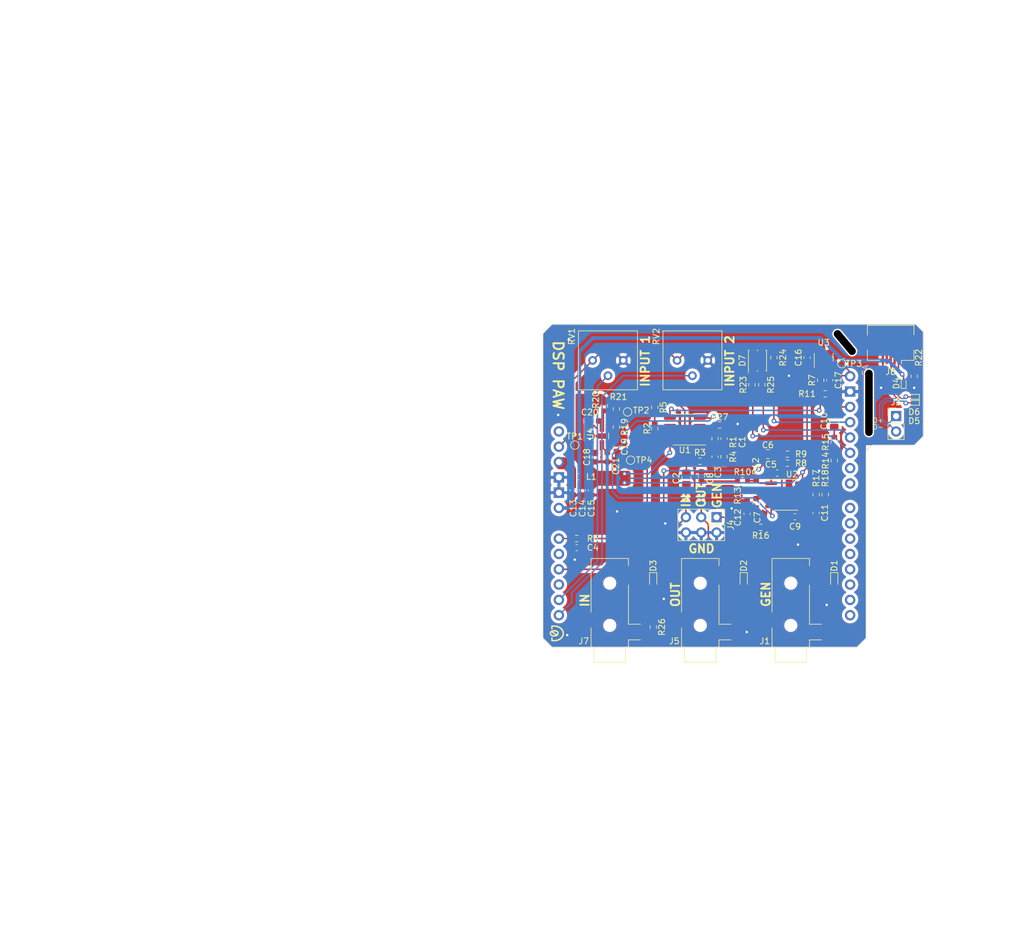
<source format=kicad_pcb>
(kicad_pcb (version 20221018) (generator pcbnew)
  (title_block (title "DSP PAW add-on board") (date "2023-08-15") (company "bitgloo") (comment 1 "Released under the CERN Open Hardware Licence Version 2 - Strongly Reciprocal"))
  (layers (0 "F.Cu" signal) (31 "B.Cu" signal) (34 "B.Paste" user) (35 "F.Paste" user) (36 "B.SilkS" user "B.Silkscreen") (37 "F.SilkS" user "F.Silkscreen") (38 "B.Mask" user) (39 "F.Mask" user) (44 "Edge.Cuts" user))
  (net 0 "")
  (net 1 "Net-(U1A--)")
  (net 2 "Net-(C1-Pad2)")
  (net 3 "SIGNAL_IN")
  (net 4 "Net-(C2-Pad2)")
  (net 5 "Net-(C3-Pad1)")
  (net 6 "GND")
  (net 7 "SIGNAL_IN_MCU")
  (net 8 "Net-(C5-Pad1)")
  (net 9 "SIGNAL_OUT_MCU")
  (net 10 "VBUS")
  (net 11 "+5V")
  (net 12 "-5V")
  (net 13 "Net-(C6-Pad1)")
  (net 14 "Net-(C9-Pad1)")
  (net 15 "Net-(C10-Pad1)")
  (net 16 "VDDA")
  (net 17 "Net-(U2A-+)")
  (net 18 "Net-(U4-C+)")
  (net 19 "SIGNAL_OUT")
  (net 20 "Net-(U4-C-)")
  (net 21 "Net-(U2B-+)")
  (net 22 "GENERATOR_MCU")
  (net 23 "GENERATOR")
  (net 24 "USB_D_P")
  (net 25 "USB_D_N")
  (net 26 "Net-(U4-CPOUT)")
  (net 27 "VCC")
  (net 28 "Net-(D7-RK)")
  (net 29 "Net-(D7-GK)")
  (net 30 "PC11{slash}LED_G")
  (net 31 "PC10{slash}LED_R")
  (net 32 "PC12{slash}LED_B")
  (net 33 "PC1{slash}POT2")
  (net 34 "PC0{slash}POT1")
  (net 36 "Net-(J8-Shield)")
  (net 37 "Net-(U1B--)")
  (net 38 "Net-(R2-Pad2)")
  (net 39 "Net-(U2A--)")
  (net 40 "VDDA{slash}2")
  (net 41 "Net-(D7-BK)")
  (net 42 "Net-(R8-Pad2)")
  (net 43 "Net-(R14-Pad2)")
  (net 44 "Net-(U4-VFB)")
  (net 45 "Net-(U2B--)")
  (net 46 "Net-(U4-EN)")
  (net 60 "Net-(J7-PadS)")
  (net 61 "+5VD")
  (net 62 "Net-(U1A-+)")
  (footprint "Package_TO_SOT_SMD:SOT-23" (layer "F.Cu") (at 166.5 76.9375 90)
    (fp_text reference "U3")
    (fp_text value "MAX6106")
  )
  (footprint "Resistor_SMD:R_0603_1608Metric" (layer "F.Cu") (at 138.25 121.675 -90)
    (fp_text reference "R26")
    (fp_text value "0")
  )
  (footprint "Resistor_SMD:R_0603_1608Metric" (layer "F.Cu") (at 168.25 94.075 90)
    (fp_text reference "R14")
    (fp_text value "22.1k")
  )
  (footprint "Resistor_SMD:R_0603_1608Metric" (layer "F.Cu") (at 132.15 85.5 90)
    (fp_text reference "R21")
    (fp_text value "56k")
  )
  (footprint "Resistor_SMD:R_0603_1608Metric" (layer "F.Cu") (at 146 94.175)
    (fp_text reference "R3")
    (fp_text value "9.09k")
  )
  (footprint "Capacitor_SMD:C_0603_1608Metric" (layer "F.Cu") (at 132.15 91.775 -90)
    (fp_text reference "C19")
    (fp_text value "2.2u")
  )
  (footprint "Resistor_SMD:R_0603_1608Metric" (layer "F.Cu") (at 160.5 94.5)
    (fp_text reference "R8")
    (fp_text value "22.1k")
  )
  (footprint "Potentiometer_THT:Potentiometer_Bourns_3386P_Vertical" (layer "F.Cu") (at 128.21 77.46 -90)
    (fp_text reference "RV1")
    (fp_text value "10K")
  )
  (footprint "Capacitor_SMD:C_0603_1608Metric" (layer "F.Cu") (at 165.25 102.725 -90)
    (fp_text reference "C11")
    (fp_text value "100p")
  )
  (footprint "Package_SO:SOIC-8_3.9x4.9mm_P1.27mm" (layer "F.Cu") (at 143.5 88.925 180)
    (fp_text reference "U1")
    (fp_text value "TLV9162")
  )
  (footprint "Capacitor_SMD:C_0603_1608Metric" (layer "F.Cu") (at 155.3 101.14 -90)
    (fp_text reference "C7")
    (fp_text value "100p")
  )
  (footprint "Resistor_SMD:R_0603_1608Metric" (layer "F.Cu") (at 153.05 97.39)
    (fp_text reference "R10")
    (fp_text value "0")
  )
  (footprint "Capacitor_SMD:C_0603_1608Metric" (layer "F.Cu") (at 150 90.425 -90)
    (fp_text reference "C1")
    (fp_text value "100p")
  )
  (footprint "Diode_SMD:D_SOD-523" (layer "F.Cu") (at 138.25 113.9 -90)
    (fp_text reference "D3")
    (fp_text value "ESD5Zxx")
  )
  (footprint "Capacitor_SMD:C_0603_1608Metric" (layer "F.Cu") (at 153.8 102.9 -90)
    (fp_text reference "C12")
    (fp_text value "DNP")
  )
  (footprint "Resistor_SMD:R_0603_1608Metric" (layer "F.Cu") (at 155.3 98.14 -90)
    (fp_text reference "R12")
    (fp_text value "2.49k")
  )
  (footprint "Diode_SMD:D_SOD-523" (layer "F.Cu") (at 153.25 113.9 -90)
    (fp_text reference "D2")
    (fp_text value "ESD5Zxx")
  )
  (footprint "TestPoint:TestPoint_Pad_D1.0mm" (layer "F.Cu") (at 134.5 94)
    (fp_text reference "TP4")
    (fp_text value "TestPoint")
  )
  (footprint "Connector_PinHeader_2.54mm:PinHeader_2x03_P2.54mm_Vertical" (layer "F.Cu") (at 148.75 103.46 -90)
    (fp_text reference "J4")
    (fp_text value "Conn_02x03_Odd_Even")
  )
  (footprint "Resistor_SMD:R_0603_1608Metric" (layer "F.Cu") (at 165.25 99.715 -90)
    (fp_text reference "R17")
    (fp_text value "2.49k")
  )
  (footprint "Capacitor_SMD:C_0603_1608Metric" (layer "F.Cu") (at 130.65 93.5 -90)
    (fp_text reference "C21")
    (fp_text value "4.7u")
  )
  (footprint "Connector_USB:USB_Micro-B_Amphenol_10104110_Horizontal" (layer "F.Cu") (at 177.6 75.8 180)
    (fp_text reference "J8")
    (fp_text value "USB_B_Micro")
  )
  (footprint "Capacitor_SMD:C_0603_1608Metric" (layer "F.Cu") (at 125 99 -90)
    (fp_text reference "C13")
    (fp_text value "10n")
  )
  (footprint "Capacitor_SMD:C_0603_1608Metric" (layer "F.Cu") (at 146.25 96.7 -90)
    (fp_text reference "C8")
    (fp_text value "DNP")
  )
  (footprint "Resistor_SMD:R_0603_1608Metric" (layer "F.Cu") (at 166.75 83 180)
    (fp_text reference "R11")
    (fp_text value "10k/0.1%")
  )
  (footprint "Capacitor_SMD:C_0603_1608Metric" (layer "F.Cu") (at 128.425 87.5)
    (fp_text reference "C20")
    (fp_text value "1u")
  )
  (footprint "TestPoint:TestPoint_Pad_D1.0mm" (layer "F.Cu") (at 125.25 91.5)
    (fp_text reference "TP1")
    (fp_text value "TestPoint")
  )
  (footprint "Capacitor_SMD:C_0603_1608Metric" (layer "F.Cu") (at 163.75 77 90)
    (fp_text reference "C16")
    (fp_text value "4.7u")
  )
  (footprint "Capacitor_SMD:C_0805_2012Metric" (layer "F.Cu") (at 143.75 97 90)
    (fp_text reference "C2")
    (fp_text value "10u")
  )
  (footprint "Resistor_SMD:R_0603_1608Metric" (layer "F.Cu") (at 154.605 81.5 90)
    (fp_text reference "R23")
    (fp_text value "560")
  )
  (footprint "Inductor_SMD:L_0603_1608Metric" (layer "F.Cu") (at 125.75 96.75)
    (fp_text reference "L1")
    (fp_text value "33@100MHz")
  )
  (footprint "Potentiometer_THT:Potentiometer_Bourns_3386P_Vertical" (layer "F.Cu") (at 142.21 77.46 -90)
    (fp_text reference "RV2")
    (fp_text value "10K")
  )
  (footprint "Resistor_SMD:R_0603_1608Metric" (layer "F.Cu") (at 156.075 105.14)
    (fp_text reference "R16")
    (fp_text value "0")
  )
  (footprint "Resistor_SMD:R_0603_1608Metric" (layer "F.Cu") (at 160.5 93 180)
    (fp_text reference "R9")
    (fp_text value "6.81k")
  )
  (footprint "Resistor_SMD:R_0603_1608Metric" (layer "F.Cu") (at 150 93.425 90)
    (fp_text reference "R4")
    (fp_text value "6.34k")
  )
  (footprint "Package_SO:SOIC-8_3.9x4.9mm_P1.27mm" (layer "F.Cu") (at 160.275 99.735)
    (fp_text reference "U2")
    (fp_text value "OPA1678")
  )
  (footprint "Package_SON:WSON-8-1EP_2x2mm_P0.5mm_EP0.9x1.6mm" (layer "F.Cu") (at 129.75 90 90)
    (fp_text reference "U4")
    (fp_text value "LM27761")
  )
  (footprint "MountingHole:MountingHole_2.1mm" (layer "F.Cu") (at 170 74.5 40)
    (fp_text reference "REF**" hide)
    (fp_text value "MountingHole_2.1mm")
  )
  (footprint "Resistor_SMD:R_0603_1608Metric" (layer "F.Cu") (at 130.15 85 -90)
    (fp_text reference "R20")
    (fp_text value "0")
  )
  (footprint "Capacitor_SMD:C_0603_1608Metric" (layer "F.Cu") (at 125.575 108.5)
    (fp_text reference "C4")
    (fp_text value "DNP")
  )
  (footprint "Capacitor_SMD:C_0603_1608Metric" (layer "F.Cu") (at 161.725 103.39)
    (fp_text reference "C9")
    (fp_text value "105p")
  )
  (footprint "Diode_SMD:D_SOD-523" (layer "F.Cu") (at 168.25 113.9 -90)
    (fp_text reference "D1")
    (fp_text value "ESD5Zxx")
  )
  (footprint "Resistor_SMD:R_0603_1608Metric" (layer "F.Cu") (at 148.5 90.425 -90)
    (fp_text reference "R1")
    (fp_text value "9.09k")
  )
  (footprint "Capacitor_SMD:C_0603_1608Metric" (layer "F.Cu") (at 167.5 80.75 -90)
    (fp_text reference "C17")
    (fp_text value "1u")
  )
  (footprint "LED_SMD:LED_Kingbright_AAA3528ESGCT" (layer "F.Cu") (at 155.525 77.5 90)
    (fp_text reference "D7")
    (fp_text value "LED_RAGB")
  )
  (footprint "Capacitor_SMD:C_0603_1608Metric" (layer "F.Cu") (at 128 99 -90)
    (fp_text reference "C15")
    (fp_text value "4.7u")
  )
  (footprint "Resistor_SMD:R_0603_1608Metric" (layer "F.Cu") (at 138.5 88.75 -90)
    (fp_text reference "R2")
    (fp_text value "10k/0.1%")
  )
  (footprint "Capacitor_SMD:C_0805_2012Metric" (layer "F.Cu") (at 157.25 93 180)
    (fp_text reference "C6")
    (fp_text value "10u")
  )
  (footprint "TestPoint:TestPoint_Pad_D1.0mm" (layer "F.Cu") (at 134 86)
    (fp_text reference "TP2")
    (fp_text value "TestPoint")
  )
  (footprint "Connector_PinHeader_2.54mm:PinHeader_1x02_P2.54mm_Vertical" (layer "F.Cu") (at 178.499766 86.699898)
    (fp_text reference "J3")
    (fp_text value "Conn_01x02")
  )
  (footprint "Capacitor_SMD:C_0805_2012Metric" (layer "F.Cu") (at 168.25 87.5 90)
    (fp_text reference "C10")
    (fp_text value "10u")
  )
  (footprint "Capacitor_SMD:C_0603_1608Metric" (layer "F.Cu") (at 158.8 96.14)
    (fp_text reference "C5")
    (fp_text value "105p")
  )
  (footprint "Resistor_SMD:R_0603_1608Metric" (layer "F.Cu") (at 132.15 88.5 90)
    (fp_text reference "R19")
    (fp_text value "174k")
  )
  (footprint "MountingHole:MountingHole_2.1mm" (layer "F.Cu") (at 174 84.5)
    (fp_text reference "REF**" hide)
    (fp_text value "MountingHole_2.1mm")
  )
  (footprint "TestPoint:TestPoint_Pad_D1.0mm" (layer "F.Cu") (at 169.5 78)
    (fp_text reference "TP3")
    (fp_text value "TestPoint")
  )
  (footprint "Capacitor_SMD:C_0603_1608Metric" (layer "F.Cu") (at 126.5 99 -90)
    (fp_text reference "C14")
    (fp_text value "100n")
  )
  (footprint "Connector_Audio:Jack_3.5mm_CUI_SJ-3523-SMT_Horizontal" (layer "F.Cu") (at 146.05 118.9 180)
    (fp_text reference "J5")
    (fp_text value "AudioJack2_Ground")
  )
  (footprint "Connector_Audio:Jack_3.5mm_CUI_SJ-3523-SMT_Horizontal" (layer "F.Cu") (at 131.05 118.9 180)
    (fp_text reference "J7")
    (fp_text value "AudioJack2_Ground")
  )
  (footprint "Resistor_SMD:R_0603_1608Metric" (layer "F.Cu") (at 166.75 99.715 90)
    (fp_text reference "R18")
    (fp_text value "2.49k")
  )
  (footprint "Resistor_SMD:R_0603_1608Metric" (layer "F.Cu") (at 149.25 88.175 180)
    (fp_text reference "R27")
    (fp_text value "0")
  )
  (footprint "PCM_arduino-library:Arduino_Uno_R2_Shield" (layer "F.Cu") (at 120.08 56.21 -90)
    (fp_text reference "A2")
    (fp_text value "Arduino_Uno_R1_Shield")
  )
  (footprint "Connector_Audio:Jack_3.5mm_CUI_SJ-3523-SMT_Horizontal" (layer "F.Cu") (at 161.05 118.9 180)
    (fp_text reference "J1")
    (fp_text value "AudioJack2_Ground")
  )
  (footprint "Resistor_SMD:R_0603_1608Metric" (layer "F.Cu") (at 153.8 99.89 -90)
    (fp_text reference "R13")
    (fp_text value "2.49k")
  )
  (footprint "Resistor_SMD:R_0603_1608Metric" (layer "F.Cu") (at 125.575 107 180)
    (fp_text reference "R6")
    (fp_text value "0")
  )
  (footprint "Capacitor_SMD:C_0603_1608Metric" (layer "F.Cu") (at 148.5 93.425 90)
    (fp_text reference "C3")
    (fp_text value "274p")
  )
  (footprint "Resistor_SMD:R_0603_1608Metric" (layer "F.Cu") (at 158.25 77 90)
    (fp_text reference "R24")
    (fp_text value "240")
  )
  (footprint "Resistor_SMD:R_0603_1608Metric" (layer "F.Cu") (at 181.5 80.1 -90)
    (fp_text reference "R22")
    (fp_text value "0")
  )
  (footprint "Diode_SMD:D_SOD-923" (layer "F.Cu") (at 181.5 83.5 180)
    (fp_text reference "D6")
    (fp_text value "DF2B7AFS,L3M")
  )
  (footprint "Resistor_SMD:R_0603_1608Metric" (layer "F.Cu") (at 156.25 81.5 90)
    (fp_text reference "R25")
    (fp_text value "240")
  )
  (footprint "Resistor_SMD:R_0603_1608Metric" (layer "F.Cu") (at 138.5 85.25 -90)
    (fp_text reference "R5")
    (fp_text value "20k")
  )
  (footprint "Diode_SMD:D_SOD-923" (layer "F.Cu") (at 181.5 84.5 180)
    (fp_text reference "D5")
    (fp_text value "DF2B7AFS,L3M")
  )
  (footprint "Resistor_SMD:R_0603_1608Metric" (layer "F.Cu") (at 168.25 91 90)
    (fp_text reference "R15")
    (fp_text value "6.81k")
  )
  (footprint "Capacitor_SMD:C_0603_1608Metric" (layer "F.Cu") (at 128.65 93.5 -90)
    (fp_text reference "C18")
    (fp_text value "4.7u")
  )
  (footprint "Resistor_SMD:R_0603_1608Metric" (layer "F.Cu") (at 166 80.75 90)
    (fp_text reference "R7")
    (fp_text value "10k/0.1%")
  )
  (footprint "Diode_SMD:D_SOD-923" (layer "F.Cu") (at 179.75 81.25 90)
    (fp_text reference "D4")
    (fp_text value "DF2B7AFS,L3M")
  )
  (gr_poly (pts (xy 122.58834 122.690598) (xy 122.586661 122.729499) (xy 122.584795 122.762173) (xy 122.583638 122.777289) (xy 122.582318 122.791655) (xy 122.580824 122.805318) (xy 122.579145 122.818325) (xy 122.577273 122.830725) (xy 122.575196 122.842565) (xy 122.572904 122.853892) (xy 122.570387 122.864754) (xy 122.567634 122.875199) (xy 122.564635 122.885273) (xy 122.561379 122.895025) (xy 122.557857 122.904502) (xy 122.554059 122.913752) (xy 122.549972 122.922822) (xy 122.530921 122.959319) (xy 122.509215 122.993672) (xy 122.484848 123.025888) (xy 122.457809 123.055973) (xy 122.428092 123.083933) (xy 122.395687 123.109775) (xy 122.360587 123.133504) (xy 122.322783 123.155126) (xy 122.282268 123.174648) (xy 122.239032 123.192077) (xy 122.193067 123.207417) (xy 122.144366 123.220676) (xy 122.09292 123.23186) (xy 122.03872 123.240975) (xy 121.981759 123.248027) (xy 121.922028 123.253022) (xy 121.894415 123.254237) (xy 121.864839 123.254742) (xy 121.833816 123.254584) (xy 121.801863 123.253816) (xy 121.769496 123.252484) (xy 121.737233 123.250641) (xy 121.70559 123.248334) (xy 121.675083 123.245613) (xy 121.646231 123.242529) (xy 121.619549 123.239131) (xy 121.595553 123.235468) (xy 121.574762 123.231591) (xy 121.557692 123.227547) (xy 121.544859 123.223388) (xy 121.540193 123.221281) (xy 121.53678 123.219163) (xy 121.534685 123.217041) (xy 121.533972 123.214922) (xy 121.533903 123.21438) (xy 121.533696 123.213816) (xy 121.532886 123.212623) (xy 121.531572 123.211356) (xy 121.529783 123.210027) (xy 121.527547 123.208648) (xy 121.524894 123.207232) (xy 121.521852 123.205792) (xy 121.51845 123.204339) (xy 121.514718 123.202885) (xy 121.510684 123.201445) (xy 121.506376 123.200029) (xy 121.501825 123.19865) (xy 121.49706 123.197321) (xy 121.492108 123.196054) (xy 121.486998 123.194861) (xy 121.481761 123.193755) (xy 121.467889 123.190872) (xy 121.453335 123.187025) (xy 121.43821 123.182277) (xy 121.422627 123.17669) (xy 121.406696 123.170325) (xy 121.39053 123.163245) (xy 121.374239 123.155513) (xy 121.357936 123.147188) (xy 121.341733 123.138335) (xy 121.32574 123.129015) (xy 121.31007 123.119289) (xy 121.294833 123.109221) (xy 121.280143 123.098871) (xy 121.266109 123.088302) (xy 121.252845 123.077576) (xy 121.240461 123.066755) (xy 121.222887 123.049861) (xy 121.206414 123.032027) (xy 121.191042 123.013315) (xy 121.176774 122.993785) (xy 121.163609 122.973499) (xy 121.151549 122.952517) (xy 121.140595 122.930901) (xy 121.130747 122.908711) (xy 121.122008 122.886008) (xy 121.114378 122.862854) (xy 121.107857 122.839309) (xy 121.102448 122.815434) (xy 121.098151 122.791291) (xy 121.094967 122.76694) (xy 121.092897 122.742442) (xy 121.091942 122.717858) (xy 121.092103 122.693249) (xy 121.093382 122.668677) (xy 121.095779 122.644202) (xy 121.099295 122.619885) (xy 121.103932 122.595787) (xy 121.10969 122.571969) (xy 121.11657 122.548492) (xy 121.124574 122.525418) (xy 121.133702 122.502806) (xy 121.143956 122.480718) (xy 121.155336 122.459215) (xy 121.167844 122.438359) (xy 121.181481 122.418209) (xy 121.196247 122.398827) (xy 121.212144 122.380274) (xy 121.229172 122.362611) (xy 121.252806 122.34114) (xy 121.277748 122.321154) (xy 121.304117 122.302614) (xy 121.332029 122.285485) (xy 121.361604 122.269727) (xy 121.371695 122.265086) (xy 121.371695 122.5517) (xy 121.347706 122.581333) (xy 121.344878 122.585069) (xy 121.342216 122.589376) (xy 121.337393 122.599578) (xy 121.333238 122.611681) (xy 121.329758 122.62543) (xy 121.326956 122.640568) (xy 121.324836 122.656838) (xy 121.323402 122.673985) (xy 121.322658 122.691752) (xy 121.32261 122.709883) (xy 121.323259 122.728122) (xy 121.324612 122.746211) (xy 121.326671 122.763895) (xy 121.329442 122.780918) (xy 121.332928 122.797024) (xy 121.337133 122.811955) (xy 121.342061 122.825455) (xy 121.344387 122.830359) (xy 121.34711 122.835512) (xy 121.350197 122.840868) (xy 121.353615 122.846379) (xy 121.35733 122.851998) (xy 121.36131 122.857676) (xy 121.365521 122.863367) (xy 121.369931 122.869023) (xy 121.374506 122.874596) (xy 121.379213 122.880039) (xy 121.38402 122.885304) (xy 121.388893 122.890344) (xy 121.393798 122.895111) (xy 121.398704 122.899558) (xy 121.403577 122.903636) (xy 121.408384 122.907299) (xy 121.425024 122.919182) (xy 121.44176 122.929993) (xy 121.458818 122.939788) (xy 121.476425 122.948619) (xy 121.494811 122.95654) (xy 121.5142 122.963606) (xy 121.534822 122.96987) (xy 121.556903 122.975386) (xy 121.580671 122.980207) (xy 121.606352 122.984387) (xy 121.634176 122.98798) (xy 121.664368 122.99104) (xy 121.732768 122.995775) (xy 121.813372 122.999022) (xy 121.858966 123.000342) (xy 121.901104 123.001116) (xy 121.939107 123.001329) (xy 121.972299 123.000962) (xy 122 123) (xy 122.01158 122.999291) (xy 122.021533 122.998427) (xy 122.029775 122.997405) (xy 122.03622 122.996224) (xy 122.040785 122.994883) (xy 122.042335 122.994151) (xy 122.043384 122.993377) (xy 122.043786 122.992357) (xy 122.043412 122.990888) (xy 122.040368 122.986625) (xy 122.034324 122.980634) (xy 122.025348 122.97296) (xy 121.998884 122.952747) (xy 121.961539 122.92635) (xy 121.913876 122.894131) (xy 121.856455 122.856455) (xy 121.714595 122.766188) (xy 121.371695 122.5517) (xy 121.371695 122.265086) (xy 121.392958 122.255306) (xy 121.426209 122.242182) (xy 121.461477 122.230319) (xy 121.498877 122.21968) (xy 121.538528 122.210227) (xy 121.580548 122.201924) (xy 121.625055 122.194733) (xy 121.672166 122.188616) (xy 121.722 122.183537) (xy 121.774674 122.179459) (xy 121.830306 122.176344) (xy 121.844899 122.17568) (xy 121.844899 122.415695) (xy 121.781799 122.416762) (xy 121.724056 122.419615) (xy 121.69875 122.421664) (xy 121.676649 122.424104) (xy 121.658376 122.426916) (xy 121.644554 122.430082) (xy 121.639507 122.431792) (xy 121.635805 122.433583) (xy 121.633527 122.435453) (xy 121.63275 122.4374) (xy 121.64014 122.44403) (xy 121.661041 122.458891) (xy 121.735783 122.508528) (xy 121.963832 122.654005) (xy 122.195321 122.797365) (xy 122.274362 122.844356) (xy 122.298058 122.857498) (xy 122.308673 122.862144) (xy 122.309478 122.862111) (xy 122.310307 122.862014) (xy 122.311157 122.861853) (xy 122.312027 122.861631) (xy 122.313816 122.861009) (xy 122.315662 122.86016) (xy 122.317549 122.859095) (xy 122.319462 122.857828) (xy 122.321389 122.856371) (xy 122.323313 122.854736) (xy 122.32522 122.852935) (xy 122.327097 122.850982) (xy 122.328928 122.848888) (xy 122.330699 122.846666) (xy 122.332396 122.844328) (xy 122.334004 122.841887) (xy 122.335508 122.839355) (xy 122.336895 122.836744) (xy 122.341424 122.827001) (xy 122.34548 122.815886) (xy 122.349052 122.80358) (xy 122.35213 122.790266) (xy 122.354704 122.776124) (xy 122.356763 122.761338) (xy 122.358297 122.746088) (xy 122.359296 122.730558) (xy 122.359749 122.714928) (xy 122.359646 122.699381) (xy 122.358977 122.684099) (xy 122.357731 122.669263) (xy 122.355897 122.655055) (xy 122.353467 122.641658) (xy 122.350429 122.629253) (xy 122.346772 122.618022) (xy 122.338491 122.59779) (xy 122.328938 122.578866) (xy 122.318033 122.561204) (xy 122.305696 122.544754) (xy 122.291845 122.529471) (xy 122.276401 122.515306) (xy 122.259283 122.502211) (xy 122.24041 122.49014) (xy 122.219701 122.479044) (xy 122.197076 122.468877) (xy 122.172454 122.45959) (xy 122.145755 122.451136) (xy 122.116898 122.443467) (xy 122.085802 122.436537) (xy 122.052387 122.430297) (xy 122.016572 122.4247) (xy 121.993426 122.421819) (xy 121.967263 122.419515) (xy 121.938707 122.41777) (xy 121.90838 122.416564) (xy 121.844899 122.415695) (xy 121.844899 122.17568) (xy 121.887921 122.173723) (xy 121.935367 122.172309) (xy 121.956026 122.172101) (xy 121.975041 122.172251) (xy 121.992713 122.172777) (xy 122.00934 122.173698) (xy 122.025224 122.175032) (xy 122.040663 122.176799) (xy 122.055958 122.179016) (xy 122.071407 122.181702) (xy 122.087312 122.184876) (xy 122.10397 122.188556) (xy 122.14075 122.197511) (xy 122.182291 122.208984) (xy 122.221261 122.221229) (xy 122.257766 122.234327) (xy 122.291915 122.248355) (xy 122.323816 122.263391) (xy 122.353574 122.279515) (xy 122.381299 122.296805) (xy 122.394432 122.305911) (xy 122.407097 122.315338) (xy 122.419308 122.325097) (xy 122.431077 122.335195) (xy 122.442418 122.345644) (xy 122.453344 122.356454) (xy 122.46387 122.367633) (xy 122.474008 122.379192) (xy 122.483772 122.391141) (xy 122.493175 122.403489) (xy 122.510953 122.429423) (xy 122.52745 122.457072) (xy 122.542772 122.486516) (xy 122.557028 122.517833) (xy 122.567851 122.543307) (xy 122.572298 122.55482) (xy 122.576144 122.565789) (xy 122.579419 122.576419) (xy 122.582155 122.586914) (xy 122.584382 122.59748) (xy 122.586132 122.60832) (xy 122.587435 122.619641) (xy 122.588323 122.631645) (xy 122.588826 122.644538) (xy 122.588976 122.658525)) (fill solid) (layer "F.SilkS"))
  (gr_poly (pts (xy 123.464232 122.781584) (xy 123.460911 122.843403) (xy 123.458393 122.872475) (xy 123.455308 122.899864) (xy 123.451656 122.925227) (xy 123.447439 122.948222) (xy 123.425645 123.03358) (xy 123.397444 123.117004) (xy 123.363041 123.198278) (xy 123.322644 123.277187) (xy 123.276459 123.353517) (xy 123.224693 123.427051) (xy 123.167553 123.497577) (xy 123.105245 123.564877) (xy 123.037976 123.628738) (xy 122.965953 123.688945) (xy 122.889382 123.745282) (xy 122.80847 123.797534) (xy 122.723425 123.845487) (xy 122.634452 123.888926) (xy 122.541758 123.927635) (xy 122.44555 123.9614) (xy 122.365883 123.985466) (xy 122.288961 124.004968) (xy 122.250609 124.013111) (xy 122.21184 124.020236) (xy 122.172286 124.026387) (xy 122.131578 124.031602) (xy 122.089349 124.035925) (xy 122.04523 124.039397) (xy 121.949853 124.04395) (xy 121.842504 124.045592) (xy 121.720239 124.044655) (xy 121.418261 124.040422) (xy 121.384394 123.998089) (xy 121.373621 123.983718) (xy 121.369217 123.976651) (xy 121.365411 123.969117) (xy 121.362158 123.960706) (xy 121.359416 123.951009) (xy 121.357141 123.939618) (xy 121.35529 123.926122) (xy 121.35382 123.910112) (xy 121.352686 123.89118) (xy 121.351255 123.84291) (xy 121.350652 123.778038) (xy 121.350528 123.693289) (xy 121.350597 123.606985) (xy 121.35076 123.571876) (xy 121.351079 123.54155) (xy 121.351604 123.515573) (xy 121.351961 123.50408) (xy 121.352388 123.493512) (xy 121.352893 123.483813) (xy 121.353482 123.474931) (xy 121.354161 123.46681) (xy 121.354938 123.459397) (xy 121.355817 123.452637) (xy 121.356807 123.446476) (xy 121.357912 123.440859) (xy 121.359141 123.435733) (xy 121.360498 123.431043) (xy 121.361991 123.426735) (xy 121.363627 123.422755) (xy 121.365411 123.419048) (xy 121.36735 123.41556) (xy 121.36945 123.412237) (xy 121.371718 123.409024) (xy 121.374161 123.405868) (xy 121.376785 123.402714) (xy 121.379596 123.399508) (xy 121.385806 123.392722) (xy 121.390769 123.38762) (xy 121.395863 123.382897) (xy 121.401076 123.378553) (xy 121.406399 123.374584) (xy 121.411821 123.370991) (xy 121.417333 123.367771) (xy 121.422922 123.364925) (xy 121.42858 123.362449) (xy 121.434296 123.360344) (xy 121.440059 123.358607) (xy 121.44586 123.357237) (xy 121.451687 123.356234) (xy 121.457531 123.355596) (xy 121.463381 123.355321) (xy 121.469227 123.355408) (xy 121.475059 123.355857) (xy 121.480865 123.356665) (xy 121.486637 123.357831) (xy 121.492363 123.359354) (xy 121.498033 123.361234) (xy 121.503637 123.363467) (xy 121.509165 123.366054) (xy 121.514606 123.368993) (xy 121.51995 123.372283) (xy 121.525186 123.375922) (xy 121.530304 123.379909) (xy 121.535294 123.384242) (xy 121.540146 123.388921) (xy 121.544849 123.393945) (xy 121.549393 123.399311) (xy 121.553767 123.405018) (xy 121.557961 123.411066) (xy 121.567864 123.426663) (xy 121.571961 123.434212) (xy 121.575534 123.441912) (xy 121.57862 123.450001) (xy 121.581253 123.458716) (xy 121.583468 123.468295) (xy 121.585302 123.478976) (xy 121.586787 123.490996) (xy 121.587961 123.504594) (xy 121.589513 123.537471) (xy 121.590238 123.579509) (xy 121.590417 123.632611) (xy 121.590417 123.804766) (xy 121.699072 123.816055) (xy 121.755662 123.819923) (xy 121.814577 123.821005) (xy 121.875431 123.819391) (xy 121.937837 123.815173) (xy 122.001409 123.808442) (xy 122.06576 123.799287) (xy 122.130504 123.787801) (xy 122.195254 123.774075) (xy 122.259624 123.758198) (xy 122.323227 123.740263) (xy 122.385677 123.72036) (xy 122.446586 123.69858) (xy 122.50557 123.675015) (xy 122.56224 123.649754) (xy 122.61621 123.622889) (xy 122.667095 123.594511) (xy 122.721288 123.560562) (xy 122.773223 123.524402) (xy 122.822821 123.486133) (xy 122.870008 123.445859) (xy 122.914706 123.403684) (xy 122.956838 123.35971) (xy 122.996329 123.314041) (xy 123.033101 123.26678) (xy 123.067079 123.218031) (xy 123.098186 123.167898) (xy 123.126345 123.116482) (xy 123.15148 123.063889) (xy 123.173515 123.01022) (xy 123.192372 122.955581) (xy 123.207976 122.900072) (xy 123.22025 122.8438) (xy 123.227195 122.804672) (xy 123.229924 122.787893) (xy 123.232156 122.772605) (xy 123.233893 122.758532) (xy 123.235133 122.745399) (xy 123.235877 122.732933) (xy 123.236125 122.720857) (xy 123.235877 122.708896) (xy 123.235133 122.696777) (xy 123.233893 122.684223) (xy 123.232156 122.670961) (xy 123.229924 122.656714) (xy 123.227195 122.641209) (xy 123.22025 122.605322) (xy 123.207179 122.547798) (xy 123.19175 122.492133) (xy 123.173918 122.438265) (xy 123.153641 122.386137) (xy 123.130876 122.335686) (xy 123.105578 122.286854) (xy 123.077705 122.239581) (xy 123.047213 122.193807) (xy 123.014058 122.149471) (xy 122.978198 122.106513) (xy 122.939588 122.064875) (xy 122.898186 122.024495) (xy 122.853948 121.985314) (xy 122.80683 121.947273) (xy 122.75679 121.91031) (xy 122.703784 121.874366) (xy 122.663997 121.849611) (xy 122.623482 121.826149) (xy 122.582241 121.80398) (xy 122.540271 121.783107) (xy 122.497574 121.763532) (xy 122.454149 121.745258) (xy 122.409997 121.728286) (xy 122.365117 121.712618) (xy 122.319509 121.698256) (xy 122.273174 121.685203) (xy 122.226111 121.67346) (xy 122.178321 121.66303) (xy 122.129803 121.653915) (xy 122.080558 121.646116) (xy 122.030584 121.639636) (xy 121.979884 121.634477) (xy 121.916979 121.629257) (xy 121.854471 121.625261) (xy 121.794344 121.622521) (xy 121.738583 121.621072) (xy 121.689173 121.620945) (xy 121.648096 121.622174) (xy 121.631303 121.623308) (xy 121.617338 121.624792) (xy 121.606449 121.626633) (xy 121.598884 121.628833) (xy 121.595374 121.630462) (xy 121.592241 121.632804) (xy 121.589464 121.636011) (xy 121.587021 121.640232) (xy 121.584893 121.645619) (xy 121.583058 121.652323) (xy 121.581496 121.660494) (xy 121.580186 121.670284) (xy 121.57824 121.695323) (xy 121.577055 121.728647) (xy 121.576466 121.771463) (xy 121.576306 121.824977) (xy 121.576132 121.881441) (xy 121.575869 121.905137) (xy 121.575446 121.926114) (xy 121.574833 121.944603) (xy 121.573999 121.960833) (xy 121.572913 121.975032) (xy 121.572265 121.981443) (xy 121.571543 121.987432) (xy 121.570743 121.993028) (xy 121.56986 121.99826) (xy 121.56889 122.003157) (xy 121.567831 122.007747) (xy 121.566677 122.012059) (xy 121.565426 122.016121) (xy 121.564072 122.019963) (xy 121.562613 122.023613) (xy 121.561045 122.0271) (xy 121.559363 122.030452) (xy 121.557564 122.033698) (xy 121.555643 122.036867) (xy 121.553598 122.039988) (xy 121.551423 122.043088) (xy 121.546672 122.049344) (xy 121.542987 122.05371) (xy 121.539082 122.05781) (xy 121.534972 122.061645) (xy 121.530668 122.065214) (xy 121.526183 122.068516) (xy 121.52153 122.07155) (xy 121.516721 122.074318) (xy 121.511769 122.076817) (xy 121.506688 122.079047) (xy 121.501488 122.081008) (xy 121.496184 122.082699) (xy 121.490787 122.08412) (xy 121.485311 122.08527) (xy 121.479768 122.086149) (xy 121.474171 122.086756) (xy 121.468532 122.087091) (xy 121.462864 122.087153) (xy 121.45718 122.086942) (xy 121.451492 122.086456) (xy 121.445814 122.085697) (xy 121.440157 122.084662) (xy 121.434534 122.083352) (xy 121.428959 122.081766) (xy 121.423443 122.079903) (xy 121.417999 122.077764) (xy 121.412641 122.075347) (xy 121.40738 122.072652) (xy 121.402229 122.069678) (xy 121.397202 122.066426) (xy 121.39231 122.062894) (xy 121.387566 122.059081) (xy 121.382983 122.054988) (xy 121.372271 122.044416) (xy 121.367936 122.038878) (xy 121.36422 122.032587) (xy 121.361074 122.025106) (xy 121.358452 122.015996) (xy 121.356304 122.004818) (xy 121.354585 121.991136) (xy 121.352239 121.954502) (xy 121.351035 121.902588) (xy 121.350528 121.7389) (xy 121.350528 121.452444) (xy 121.387217 121.424222) (xy 121.400248 121.414846) (xy 121.407209 121.411007) (xy 121.414998 121.407685) (xy 121.42401 121.404843) (xy 121.434643 121.402443) (xy 121.447294 121.400449) (xy 121.462358 121.398822) (xy 121.501318 121.396523) (xy 121.554698 121.39525) (xy 121.717417 121.394588) (xy 121.834955 121.395308) (xy 121.936734 121.397697) (xy 121.982701 121.399627) (xy 122.025913 121.402104) (xy 122.066764 121.405173) (xy 122.105649 121.408876) (xy 122.142963 121.413257) (xy 122.179101 121.41836) (xy 122.214458 121.424227) (xy 122.249428 121.430903) (xy 122.284406 121.43843) (xy 122.319788 121.446852) (xy 122.393339 121.466555) (xy 122.460199 121.486779) (xy 122.492313 121.497431) (xy 122.523668 121.508492) (xy 122.554354 121.519999) (xy 122.584459 121.53199) (xy 122.614072 121.544502) (xy 122.643282 121.557572) (xy 122.672178 121.571237) (xy 122.700848 121.585535) (xy 122.729382 121.600502) (xy 122.757869 121.616177) (xy 122.786397 121.632596) (xy 122.815055 121.649796) (xy 122.873117 121.686688) (xy 122.927409 121.724603) (xy 122.979631 121.76471) (xy 123.0297 121.806889) (xy 123.07753 121.851017) (xy 123.123036 121.896972) (xy 123.166135 121.944632) (xy 123.20674 121.993876) (xy 123.244768 122.044581) (xy 123.280134 122.096626) (xy 123.312752 122.149888) (xy 123.342539 122.204246) (xy 123.369409 122.259578) (xy 123.393278 122.31576) (xy 123.41406 122.372673) (xy 123.431672 122.430193) (xy 123.446028 122.4882) (xy 123.450493 122.510698) (xy 123.454365 122.535632) (xy 123.457646 122.562657) (xy 123.460337 122.591431) (xy 123.463962 122.652853) (xy 123.465254 122.717152)) (fill solid) (layer "F.SilkS"))
  (gr_line (start 181.75 71.5) (end 183 72.75) (stroke (width 0.1)) (layer "Edge.Cuts"))
  (gr_line (start 181.75 71.5) (end 121.5 71.5) (stroke (width 0.1)) (layer "Edge.Cuts"))
  (gr_line (start 173.5 92.5) (end 174.5 91.5) (stroke (width 0.1)) (layer "Edge.Cuts"))
  (gr_line (start 120 123.5) (end 121.5 125) (stroke (width 0.1)) (layer "Edge.Cuts"))
  (gr_line (start 181.5 91.5) (end 174.5 91.5) (stroke (width 0.1)) (layer "Edge.Cuts"))
  (gr_line (start 120 73) (end 120 123.5) (stroke (width 0.1)) (layer "Edge.Cuts"))
  (gr_line (start 120 73) (end 121.5 71.5) (stroke (width 0.1)) (layer "Edge.Cuts"))
  (gr_line (start 183 90) (end 183 72.75) (stroke (width 0.1)) (layer "Edge.Cuts"))
  (gr_line (start 173.5 123.5) (end 172 125) (stroke (width 0.1)) (layer "Edge.Cuts"))
  (gr_line (start 121.5 125) (end 172 125) (stroke (width 0.1)) (layer "Edge.Cuts"))
  (gr_line (start 183 90) (end 181.5 91.5) (stroke (width 0.1)) (layer "Edge.Cuts"))
  (gr_line (start 173.5 123.5) (end 173.5 92.5) (stroke (width 0.1)) (layer "Edge.Cuts"))
  (gr_text "OUT" (at 147 102 90) (layer "F.SilkS") (effects (font (size 1.4 1.4) (thickness 0.3) bold) (justify left bottom)))
  (gr_text "OUT" (at 142.75 118.5 90) (layer "F.SilkS") (effects (font (size 1.4 1.4) (thickness 0.3) bold) (justify left bottom)))
  (gr_text "IN" (at 127.75 118.5 90) (layer "F.SilkS") (effects (font (size 1.4 1.4) (thickness 0.3) bold) (justify left bottom)))
  (gr_text "INPUT 1" (at 137.75 82 90) (layer "F.SilkS") (effects (font (size 1.4 1.4) (thickness 0.3) bold) (justify left bottom)))
  (gr_text "GEN" (at 149.65 102.13 90) (layer "F.SilkS") (effects (font (size 1.4 1.4) (thickness 0.3) bold) (justify left bottom)))
  (gr_text "D+" (at 176.5 87.4) (layer "F.SilkS") (effects (font (size 0.8 0.8) (thickness 0.1) bold) (justify right)))
  (gr_text "D-" (at 176.5 88.5) (layer "F.SilkS") (effects (font (size 0.8 0.8) (thickness 0.1) bold) (justify right)))
  (gr_text "INPUT 2" (at 151.75 82 90) (layer "F.SilkS") (effects (font (size 1.4 1.4) (thickness 0.3) bold) (justify left bottom)))
  (gr_text "GND" (at 146.25 109.5) (layer "F.SilkS") (effects (font (size 1.4 1.4) (thickness 0.3) bold) (justify bottom)))
  (gr_text "GEN" (at 157.75 118.5 90) (layer "F.SilkS") (effects (font (size 1.4 1.4) (thickness 0.3) bold) (justify left bottom)))
  (gr_text "DSP PAW" (at 121.5 74 270) (layer "F.SilkS") (effects (font (size 1.7 1.7) (thickness 0.32) bold) (justify left bottom)))
  (gr_text "IN" (at 144.5 102 90) (layer "F.SilkS") (effects (font (size 1.4 1.4) (thickness 0.3) bold) (justify left bottom)))
  (segment (start 149.95 89.6) (end 150 89.65) (width 0.25) (layer "F.Cu") (net 1))
  (segment (start 151 92.25) (end 150.65 92.6) (width 0.25) (layer "F.Cu") (net 1))
  (segment (start 148.5 89.6) (end 149.95 89.6) (width 0.25) (layer "F.Cu") (net 1))
  (segment (start 150 89.65) (end 150.65 89.65) (width 0.25) (layer "F.Cu") (net 1))
  (segment (start 150.65 89.65) (end 151 90) (width 0.25) (layer "F.Cu") (net 1))
  (segment (start 150.65 92.6) (end 150 92.6) (width 0.25) (layer "F.Cu") (net 1))
  (segment (start 151 90) (end 151 92.25) (width 0.25) (layer "F.Cu") (net 1))
  (segment (start 148.46 89.56) (end 148.5 89.6) (width 0.25) (layer "F.Cu") (net 1))
  (segment (start 145.975 89.56) (end 148.46 89.56) (width 0.25) (layer "F.Cu") (net 1))
  (segment (start 150 91.2) (end 148.55 91.2) (width 0.25) (layer "F.Cu") (net 2))
  (segment (start 143.5 85.75) (end 143.5 90) (width 0.25) (layer "F.Cu") (net 2))
  (segment (start 145.975 90.83) (end 148.08 90.83) (width 0.25) (layer "F.Cu") (net 2))
  (segment (start 144.33 90.83) (end 145.975 90.83) (width 0.25) (layer "F.Cu") (net 2))
  (segment (start 148.55 91.2) (end 148.5 91.25) (width 0.25) (layer "F.Cu") (net 2))
  (segment (start 142.175 84.425) (end 143.5 85.75) (width 0.25) (layer "F.Cu") (net 2))
  (segment (start 138.5 84.425) (end 142.175 84.425) (width 0.25) (layer "F.Cu") (net 2))
  (segment (start 148.08 90.83) (end 148.5 91.25) (width 0.25) (layer "F.Cu") (net 2))
  (segment (start 143.5 90) (end 144.33 90.83) (width 0.25) (layer "F.Cu") (net 2))
  (segment (start 143.67 98.03) (end 143.75 97.95) (width 0.25) (layer "F.Cu") (net 3))
  (segment (start 134.75 113.1) (end 138.15 113.1) (width 0.25) (layer "F.Cu") (net 3))
  (segment (start 143.67 103.46) (end 143.67 98.03) (width 0.25) (layer "F.Cu") (net 3))
  (segment (start 138.15 113.1) (end 138.25 113.2) (width 0.25) (layer "F.Cu") (net 3))
  (segment (start 138.25 108.88) (end 143.67 103.46) (width 0.25) (layer "F.Cu") (net 3))
  (segment (start 138.25 113.2) (end 138.25 108.88) (width 0.25) (layer "F.Cu") (net 3))
  (segment (start 143.75 95) (end 144.575 94.175) (width 0.25) (layer "F.Cu") (net 4))
  (segment (start 144.575 94.175) (end 145.175 94.175) (width 0.25) (layer "F.Cu") (net 4))
  (segment (start 143.75 95) (end 143.75 96.05) (width 0.25) (layer "F.Cu") (net 4))
  (segment (start 148.475 94.175) (end 148.5 94.2) (width 0.25) (layer "F.Cu") (net 5))
  (segment (start 146.825 94.175) (end 148.475 94.175) (width 0.25) (layer "F.Cu") (net 5))
  (segment (start 148.5 94.2) (end 149.95 94.2) (width 0.25) (layer "F.Cu") (net 5))
  (segment (start 149.95 94.2) (end 150 94.25) (width 0.25) (layer "F.Cu") (net 5))
  (segment (start 129.75 90) (end 128.25 90) (width 0.25) (layer "F.Cu") (net 6))
  (segment (start 129.5 90.95) (end 129.5 92.211396) (width 0.25) (layer "F.Cu") (net 6))
  (segment (start 129.644302 92.355698) (end 129.644302 94.105698) (width 0.25) (layer "F.Cu") (net 6))
  (segment (start 129.5 92.211396) (end 129.644302 92.355698) (width 0.25) (layer "F.Cu") (net 6))
  (segment (start 148.5 92.65) (end 147.4 92.65) (width 0.25) (layer "F.Cu") (net 6))
  (segment (start 176.3 77.35) (end 176.3 78.45) (width 0.25) (layer "F.Cu") (net 6))
  (segment (start 166.75 98.89) (end 166.75 98) (width 0.25) (layer "F.Cu") (net 6))
  (segment (start 128.65 94.275) (end 131.975 94.275) (width 0.25) (layer "F.Cu") (net 6))
  (via (at 151.25 102) (size 0.8) (drill 0.4) (layers "F.Cu" "B.Cu") (net 6))
  (via (at 153.75 122.5) (size 0.8) (drill 0.4) (layers "F.Cu" "B.Cu") (net 6))
  (via (at 127.75 90.5) (size 0.8) (drill 0.4) (layers "F.Cu" "B.Cu") (net 6))
  (via (at 125.25 110.5) (size 0.8) (drill 0.4) (layers "F.Cu" "B.Cu") (net 6))
  (via (at 162.25 108) (size 0.8) (drill 0.4) (layers "F.Cu" "B.Cu") (net 6))
  (via (at 167 118) (size 0.8) (drill 0.4) (layers "F.Cu" "B.Cu") (net 6))
  (via (at 127.75 89.25) (size 0.8) (drill 0.4) (layers "F.Cu" "B.Cu") (net 6))
  (via (at 140 117) (size 0.8) (drill 0.4) (layers "F.Cu" "B.Cu") (net 6))
  (via (at 176 82) (size 0.8) (drill 0.4) (layers "F.Cu" "B.Cu") (net 6))
  (via (at 140.25 104.5) (size 0.8) (drill 0.4) (layers "F.Cu" "B.Cu") (net 6))
  (via (at 160.75 80) (size 0.8) (drill 0.4) (layers "F.Cu" "B.Cu") (net 6))
  (via (at 124 123) (size 0.8) (drill 0.4) (layers "F.Cu" "B.Cu") (net 6))
  (via (at 122.5 86.5) (size 0.8) (drill 0.4) (layers "F.Cu" "B.Cu") (net 6))
  (via (at 165.75 95.75) (size 0.8) (drill 0.4) (layers "F.Cu" "B.Cu") (net 6))
  (via (at 152.25 88) (size 0.8) (drill 0.4) (layers "F.Cu" "B.Cu") (net 6))
  (via (at 124.25 74) (size 0.8) (drill 0.4) (layers "F.Cu" "B.Cu") (net 6))
  (via (at 132.25 102.5) (size 0.8) (drill 0.4) (layers "F.Cu" "B.Cu") (net 6))
  (via (at 181.5 82) (size 0.8) (drill 0.4) (layers "F.Cu" "B.Cu") (net 6))
  (segment (start 122.63 107) (end 122.62 107.01) (width 0.25) (layer "F.Cu") (net 7))
  (segment (start 124.75 107) (end 122.63 107) (width 0.25) (layer "F.Cu") (net 7))
  (segment (start 124.75 107) (end 124.75 108.45) (width 0.25) (layer "F.Cu") (net 7))
  (segment (start 124.75 108.45) (end 124.8 108.5) (width 0.25) (layer "F.Cu") (net 7))
  (segment (start 157.8 97.83) (end 157.8 96.365) (width 0.25) (layer "F.Cu") (net 8))
  (segment (start 157.8 96.365) (end 158.025 96.14) (width 0.25) (layer "F.Cu") (net 8))
  (segment (start 153.875 97.39) (end 155.225 97.39) (width 0.25) (layer "F.Cu") (net 8))
  (segment (start 155.815 97.83) (end 155.3 97.315) (width 0.25) (layer "F.Cu") (net 8))
  (segment (start 155.225 97.39) (end 155.3 97.315) (width 0.25) (layer "F.Cu") (net 8))
  (segment (start 157.8 97.83) (end 155.815 97.83) (width 0.25) (layer "F.Cu") (net 8))
  (segment (start 156.3 94.95) (end 156.3 93) (width 0.25) (layer "F.Cu") (net 9))
  (segment (start 140 95.75) (end 140 102) (width 0.25) (layer "F.Cu") (net 9))
  (segment (start 130 112.09) (end 122.62 112.09) (width 0.25) (layer "F.Cu") (net 9))
  (segment (start 140 102) (end 130 112.09) (width 0.25) (layer "F.Cu") (net 9))
  (segment (start 155.75 95.5) (end 156.3 94.95) (width 0.25) (layer "F.Cu") (net 9))
  (via (at 155.75 95.5) (size 0.8) (drill 0.4) (layers "F.Cu" "B.Cu") (net 9))
  (via (at 140 95.75) (size 0.8) (drill 0.4) (layers "F.Cu" "B.Cu") (net 9))
  (segment (start 140 95.75) (end 155.5 95.75) (width 0.25) (layer "B.Cu") (net 9))
  (segment (start 155.5 95.75) (end 155.75 95.5) (width 0.25) (layer "B.Cu") (net 9))
  (segment (start 178.9 79.15) (end 179.5 79.75) (width 0.25) (layer "F.Cu") (net 10))
  (segment (start 178.9 77.35) (end 178.9 79.15) (width 0.25) (layer "F.Cu") (net 10))
  (segment (start 179.75 80.83) (end 179.75 80) (width 0.25) (layer "F.Cu") (net 10))
  (segment (start 179.75 80) (end 179.5 79.75) (width 0.25) (layer "F.Cu") (net 10))
  (via (at 179.5 79.75) (size 0.8) (drill 0.4) (layers "F.Cu" "B.Cu") (net 10))
  (segment (start 166 73.75) (end 169.75 77.5) (width 0.6096) (layer "B.Cu") (net 10))
  (segment (start 122.62 101.93) (end 124.57 101.93) (width 0.6096) (layer "B.Cu") (net 10))
  (segment (start 177.25 77.5) (end 179.5 79.75) (width 0.6096) (layer "B.Cu") (net 10))
  (segment (start 124.57 101.93) (end 126 100.5) (width 0.6096) (layer "B.Cu") (net 10))
  (segment (start 169.75 77.5) (end 177.25 77.5) (width 0.6096) (layer "B.Cu") (net 10))
  (segment (start 128.25 73.75) (end 166 73.75) (width 0.6096) (layer "B.Cu") (net 10))
  (segment (start 126 76) (end 128.25 73.75) (width 0.6096) (layer "B.Cu") (net 10))
  (segment (start 126 100.5) (end 126 76) (width 0.6096) (layer "B.Cu") (net 10))
  (segment (start 129 92.375) (end 128.65 92.725) (width 0.25) (layer "F.Cu") (net 11))
  (segment (start 141.025 92.725) (end 141 92.75) (width 0.25) (layer "F.Cu") (net 11))
  (segment (start 165.45 77.775) (end 165.55 77.875) (width 0.25) (layer "F.Cu") (net 11))
  (segment (start 162.75 97.83) (end 163 97.58) (width 0.25) (layer "F.Cu") (net 11))
  (segment (start 163.75 77.775) (end 163.75 95.25) (width 0.25) (layer "F.Cu") (net 11))
  (segment (start 129 90.95) (end 129 92.375) (width 0.25) (layer "F.Cu") (net 11))
  (segment (start 163.75 77.775) (end 165.45 77.775) (width 0.25) (layer "F.Cu") (net 11))
  (segment (start 141.025 90.83) (end 141.025 92.725) (width 0.25) (layer "F.Cu") (net 11))
  (segment (start 163.75 95.25) (end 163 96) (width 0.25) (layer "F.Cu") (net 11))
  (segment (start 163 97.58) (end 163 96) (width 0.25) (layer "F.Cu") (net 11))
  (via (at 141 92.75) (size 0.8) (drill 0.4) (layers "F.Cu" "B.Cu") (net 11))
  (via (at 163 96) (size 0.8) (drill 0.4) (layers "F.Cu" "B.Cu") (net 11))
  (via (at 133.5 96.25) (size 0.8) (drill 0.4) (layers "F.Cu" "B.Cu") (net 11))
  (via (at 133.5 97.75) (size 0.8) (drill 0.4) (layers "F.Cu" "B.Cu") (net 11))
  (segment (start 137.5 96.25) (end 141 92.75) (width 0.25) (layer "B.Cu") (net 11))
  (segment (start 133.5 96.25) (end 137.5 96.25) (width 0.25) (layer "B.Cu") (net 11))
  (segment (start 161.25 97.75) (end 163 96) (width 0.25) (layer "B.Cu") (net 11))
  (segment (start 133.5 97.75) (end 161.25 97.75) (width 0.25) (layer "B.Cu") (net 11))
  (segment (start 133.5 89.5) (end 133.5 86.5) (width 0.25) (layer "F.Cu") (net 12))
  (segment (start 157.8 101.64) (end 157.8 103.05) (width 0.25) (layer "F.Cu") (net 12))
  (segment (start 157.8 103.05) (end 158 103.25) (width 0.25) (layer "F.Cu") (net 12))
  (segment (start 147.98 87.02) (end 148.25 86.75) (width 0.25) (layer "F.Cu") (net 12))
  (segment (start 145.975 87.02) (end 147.98 87.02) (width 0.25) (layer "F.Cu") (net 12))
  (segment (start 133.5 86.5) (end 134 86) (width 0.25) (layer "F.Cu") (net 12))
  (via (at 148.25 86.75) (size 0.8) (drill 0.4) (layers "F.Cu" "B.Cu") (net 12))
  (via (at 133.5 91) (size 0.8) (drill 0.4) (layers "F.Cu" "B.Cu") (net 12))
  (via (at 158 103.25) (size 0.8) (drill 0.4) (layers "F.Cu" "B.Cu") (net 12))
  (via (at 133.5 89.5) (size 0.8) (drill 0.4) (layers "F.Cu" "B.Cu") (net 12))
  (segment (start 132.5 100.25) (end 155 100.25) (width 0.25) (layer "B.Cu") (net 12))
  (segment (start 131.5 93) (end 131.5 99.25) (width 0.25) (layer "B.Cu") (net 12))
  (segment (start 155 100.25) (end 158 103.25) (width 0.25) (layer "B.Cu") (net 12))
  (segment (start 135.5 87.5) (end 147.5 87.5) (width 0.25) (layer "B.Cu") (net 12))
  (segment (start 147.5 87.5) (end 148.25 86.75) (width 0.25) (layer "B.Cu") (net 12))
  (segment (start 131.5 99.25) (end 132.5 100.25) (width 0.25) (layer "B.Cu") (net 12))
  (segment (start 133.5 91) (end 131.5 93) (width 0.25) (layer "B.Cu") (net 12))
  (segment (start 133.5 89.5) (end 135.5 87.5) (width 0.25) (layer "B.Cu") (net 12))
  (segment (start 158.2 93) (end 159.675 93) (width 0.25) (layer "F.Cu") (net 13))
  (segment (start 162.75 99.1) (end 165.04 99.1) (width 0.25) (layer "F.Cu") (net 14))
  (segment (start 159.2 105.14) (end 160.95 103.39) (width 0.25) (layer "F.Cu") (net 14))
  (segment (start 165.04 99.1) (end 165.25 98.89) (width 0.25) (layer "F.Cu") (net 14))
  (segment (start 160.95 99.69) (end 161.54 99.1) (width 0.25) (layer "F.Cu") (net 14))
  (segment (start 160.95 103.39) (end 160.95 99.69) (width 0.25) (layer "F.Cu") (net 14))
  (segment (start 156.9 105.14) (end 159.2 105.14) (width 0.25) (layer "F.Cu") (net 14))
  (segment (start 161.54 99.1) (end 162.75 99.1) (width 0.25) (layer "F.Cu") (net 14))
  (segment (start 168.25 88.45) (end 168.25 90.175) (width 0.25) (layer "F.Cu") (net 15))
  (segment (start 166 79.925) (end 167.45 79.925) (width 0.25) (layer "F.Cu") (net 16))
  (segment (start 170.88 80.09) (end 170.79 80) (width 0.25) (layer "F.Cu") (net 16))
  (segment (start 169.5 78) (end 170.88 79.38) (width 0.25) (layer "F.Cu") (net 16))
  (segment (start 167.525 80) (end 167.5 79.975) (width 0.25) (layer "F.Cu") (net 16))
  (segment (start 167.45 77.875) (end 167.45 79.925) (width 0.25) (layer "F.Cu") (net 16))
  (segment (start 170.88 79.38) (end 170.88 80.086) (width 0.25) (layer "F.Cu") (net 16))
  (segment (start 167.45 79.925) (end 167.5 79.975) (width 0.25) (layer "F.Cu") (net 16))
  (segment (start 170.79 80) (end 167.525 80) (width 0.25) (layer "F.Cu") (net 16))
  (segment (start 159.575 99.815) (end 159.575 96.14) (width 0.25) (layer "F.Cu") (net 17))
  (segment (start 155.305 100.37) (end 155.3 100.365) (width 0.25) (layer "F.Cu") (net 17))
  (segment (start 157.8 100.37) (end 155.305 100.37) (width 0.25) (layer "F.Cu") (net 17))
  (segment (start 157.8 100.37) (end 159.02 100.37) (width 0.25) (layer "F.Cu") (net 17))
  (segment (start 159.675 96.04) (end 159.575 96.14) (width 0.25) (layer "F.Cu") (net 17))
  (segment (start 159.675 94.5) (end 159.675 96.04) (width 0.25) (layer "F.Cu") (net 17))
  (segment (start 159.02 100.37) (end 159.575 99.815) (width 0.25) (layer "F.Cu") (net 17))
  (segment (start 129 88.85) (end 127.65 87.5) (width 0.25) (layer "F.Cu") (net 18))
  (segment (start 129 89.05) (end 129 88.85) (width 0.25) (layer "F.Cu") (net 18))
  (segment (start 147.385 104.635) (end 146.21 103.46) (width 0.25) (layer "F.Cu") (net 19))
  (segment (start 147.385 112.385) (end 147.385 104.635) (width 0.25) (layer "F.Cu") (net 19))
  (segment (start 149.75 113.1) (end 148.1 113.1) (width 0.25) (layer "F.Cu") (net 19))
  (segment (start 153.15 113.1) (end 153.25 113.2) (width 0.25) (layer "F.Cu") (net 19))
  (segment (start 153.2 113.15) (end 153.25 113.2) (width 0.25) (layer "F.Cu") (net 19))
  (segment (start 146.25 97.475) (end 152.14 97.475) (width 0.25) (layer "F.Cu") (net 19))
  (segment (start 146.21 103.46) (end 146.21 97.515) (width 0.25) (layer "F.Cu") (net 19))
  (segment (start 146.21 97.515) (end 146.25 97.475) (width 0.25) (layer "F.Cu") (net 19))
  (segment (start 148.1 113.1) (end 147.385 112.385) (width 0.25) (layer "F.Cu") (net 19))
  (segment (start 149.75 113.1) (end 153.15 113.1) (width 0.25) (layer "F.Cu") (net 19))
  (segment (start 152.14 97.475) (end 152.225 97.39) (width 0.25) (layer "F.Cu") (net 19))
  (segment (start 129.5 87.8) (end 129.2 87.5) (width 0.25) (layer "F.Cu") (net 20))
  (segment (start 129.5 89.05) (end 129.5 87.8) (width 0.25) (layer "F.Cu") (net 20))
  (segment (start 162.75 101.64) (end 164.94 101.64) (width 0.25) (layer "F.Cu") (net 21))
  (segment (start 162.75 103.14) (end 162.5 103.39) (width 0.25) (layer "F.Cu") (net 21))
  (segment (start 167.05 101.95) (end 165.25 101.95) (width 0.25) (layer "F.Cu") (net 21))
  (segment (start 168.25 100.75) (end 167.05 101.95) (width 0.25) (layer "F.Cu") (net 21))
  (segment (start 164.94 101.64) (end 165.25 101.95) (width 0.25) (layer "F.Cu") (net 21))
  (segment (start 168.25 94.9) (end 168.25 100.75) (width 0.25) (layer "F.Cu") (net 21))
  (segment (start 162.75 101.64) (end 162.75 103.14) (width 0.25) (layer "F.Cu") (net 21))
  (segment (start 168.25 85.75) (end 168.25 86.55) (width 0.25) (layer "F.Cu") (net 22))
  (segment (start 168.834 85.166) (end 168.25 85.75) (width 0.25) (layer "F.Cu") (net 22))
  (segment (start 170.88 85.166) (end 168.834 85.166) (width 0.25) (layer "F.Cu") (net 22))
  (segment (start 153.585 103.46) (end 153.8 103.675) (width 0.25) (layer "F.Cu") (net 23))
  (segment (start 153.8 103.675) (end 153.8 104.44) (width 0.25) (layer "F.Cu") (net 23))
  (segment (start 153.735 103.46) (end 153.775 103.5) (width 0.25) (layer "F.Cu") (net 23))
  (segment (start 156.5 112.5) (end 151.25 107.25) (width 0.25) (layer "F.Cu") (net 23))
  (segment (start 164.75 113.1) (end 164.75 113) (width 0.25) (layer "F.Cu") (net 23))
  (segment (start 168.15 113.1) (end 168.25 113.2) (width 0.25) (layer "F.Cu") (net 23))
  (segment (start 164.25 112.5) (end 156.5 112.5) (width 0.25) (layer "F.Cu") (net 23))
  (segment (start 153.8 104.44) (end 154.5 105.14) (width 0.25) (layer "F.Cu") (net 23))
  (segment (start 164.75 113) (end 164.25 112.5) (width 0.25) (layer "F.Cu") (net 23))
  (segment (start 164.75 113.1) (end 168.15 113.1) (width 0.25) (layer "F.Cu") (net 23))
  (segment (start 154.5 105.14) (end 155.25 105.14) (width 0.25) (layer "F.Cu") (net 23))
  (segment (start 151.25 107.25) (end 151.25 103.46) (width 0.25) (layer "F.Cu") (net 23))
  (segment (start 148.75 103.46) (end 151.25 103.46) (width 0.25) (layer "F.Cu") (net 23))
  (segment (start 151.25 103.46) (end 153.585 103.46) (width 0.25) (layer "F.Cu") (net 23))
  (segment (start 177.7 82.7682) (end 177.7 78.500001) (width 0.2) (layer "F.Cu") (net 24))
  (segment (start 179.156801 84.225001) (end 177.7 82.7682) (width 0.2) (layer "F.Cu") (net 24))
  (segment (start 181.08 84.5) (end 180.131501 84.5) (width 0.2) (layer "F.Cu") (net 24))
  (segment (start 177.6 78.400001) (end 177.6 77.35) (width 0.2) (layer "F.Cu") (net 24))
  (segment (start 179.806502 84.225001) (end 179.156801 84.225001) (width 0.2) (layer "F.Cu") (net 24))
  (segment (start 177.7 78.500001) (end 177.6 78.400001) (width 0.2) (layer "F.Cu") (net 24))
  (segment (start 180.131501 84.5) (end 180.106501 84.525) (width 0.2) (layer "F.Cu") (net 24))
  (segment (start 180.106501 84.525) (end 179.806502 84.225001) (width 0.2) (layer "F.Cu") (net 24))
  (via (at 180.106501 84.525) (size 0.8) (drill 0.4) (layers "F.Cu" "B.Cu") (net 24))
  (segment (start 178.499766 86.699898) (end 177.454766 87.744898) (width 0.2) (layer "B.Cu") (net 24))
  (segment (start 176.225 87.1568) (end 176.225 84.8432) (width 0.2) (layer "B.Cu") (net 24))
  (segment (start 179.806502 84.225001) (end 180.106501 84.525) (width 0.2) (layer "B.Cu") (net 24))
  (segment (start 177.454766 87.744898) (end 176.813098 87.744898) (width 0.2) (layer "B.Cu") (net 24))
  (segment (start 176.813098 87.744898) (end 176.225 87.1568) (width 0.2) (layer "B.Cu") (net 24))
  (segment (start 176.8432 84.225) (end 179.806502 84.225001) (width 0.2) (layer "B.Cu") (net 24))
  (segment (start 176.225 84.8432) (end 176.8432 84.225) (width 0.2) (layer "B.Cu") (net 24))
  (segment (start 179.343199 83.774999) (end 178.15 82.5818) (width 0.2) (layer "F.Cu") (net 25))
  (segment (start 180.131501 83.5) (end 180.106501 83.475) (width 0.2) (layer "F.Cu") (net 25))
  (segment (start 180.106501 83.475) (end 179.806502 83.774999) (width 0.2) (layer "F.Cu") (net 25))
  (segment (start 178.15 78.500001) (end 178.25 78.400001) (width 0.2) (layer "F.Cu") (net 25))
  (segment (start 178.25 78.400001) (end 178.25 77.35) (width 0.2) (layer "F.Cu") (net 25))
  (segment (start 178.15 82.5818) (end 178.15 78.500001) (width 0.2) (layer "F.Cu") (net 25))
  (segment (start 181.08 83.5) (end 180.131501 83.5) (width 0.2) (layer "F.Cu") (net 25))
  (segment (start 179.806502 83.774999) (end 179.343199 83.774999) (width 0.2) (layer "F.Cu") (net 25))
  (via (at 180.106501 83.475) (size 0.8) (drill 0.4) (layers "F.Cu" "B.Cu") (net 25))
  (segment (start 176.6568 83.775) (end 179.806502 83.774999) (width 0.2) (layer "B.Cu") (net 25))
  (segment (start 175.775 84.6568) (end 176.6568 83.775) (width 0.2) (layer "B.Cu") (net 25))
  (segment (start 176.626698 88.194898) (end 175.775 87.3432) (width 0.2) (layer "B.Cu") (net 25))
  (segment (start 179.806502 83.774999) (end 180.106501 83.475) (width 0.2) (layer "B.Cu") (net 25))
  (segment (start 177.454766 88.194898) (end 176.626698 88.194898) (width 0.2) (layer "B.Cu") (net 25))
  (segment (start 175.775 87.3432) (end 175.775 84.6568) (width 0.2) (layer "B.Cu") (net 25))
  (segment (start 178.499766 89.239898) (end 177.454766 88.194898) (width 0.2) (layer "B.Cu") (net 25))
  (segment (start 130 90.95) (end 130 92.075) (width 0.25) (layer "F.Cu") (net 26))
  (segment (start 130 92.075) (end 130.65 92.725) (width 0.25) (layer "F.Cu") (net 26))
  (segment (start 140.75 76) (end 142.21 77.46) (width 0.25) (layer "F.Cu") (net 27))
  (segment (start 154.8 76.1) (end 154.8 76.05) (width 0.25) (layer "F.Cu") (net 27))
  (segment (start 124.75 80.92) (end 128.21 77.46) (width 0.25) (layer "F.Cu") (net 27))
  (segment (start 122.62 91.77) (end 124.75 89.64) (width 0.25) (layer "F.Cu") (net 27))
  (segment (start 128.21 77.46) (end 129.67 76) (width 0.25) (layer "F.Cu") (net 27))
  (segment (start 124.75 89.64) (end 124.75 80.92) (width 0.25) (layer "F.Cu") (net 27))
  (segment (start 154.8 76.05) (end 154.75 76) (width 0.25) (layer "F.Cu") (net 27))
  (segment (start 129.67 76) (end 140.75 76) (width 0.25) (layer "F.Cu") (net 27))
  (segment (start 143.67 76) (end 142.21 77.46) (width 0.25) (layer "F.Cu") (net 27))
  (segment (start 154.75 76) (end 143.67 76) (width 0.25) (layer "F.Cu") (net 27))
  (segment (start 154.8 80.48) (end 154.605 80.675) (width 0.25) (layer "F.Cu") (net 28))
  (segment (start 154.8 78.9) (end 154.8 80.48) (width 0.25) (layer "F.Cu") (net 28))
  (segment (start 156.25 76.1) (end 158.175 76.1) (width 0.25) (layer "F.Cu") (net 29))
  (segment (start 158.175 76.1) (end 158.25 76.175) (width 0.25) (layer "F.Cu") (net 29))
  (segment (start 158.25 87.5) (end 158.25 77.825) (width 0.25) (layer "F.Cu") (net 30))
  (via (at 158.25 87.5) (size 0.8) (drill 0.4) (layers "F.Cu" "B.Cu") (net 30))
  (segment (start 158.456 87.706) (end 170.88 87.706) (width 0.25) (layer "B.Cu") (net 30))
  (segment (start 158.25 87.5) (end 158.456 87.706) (width 0.25) (layer "B.Cu") (net 30))
  (segment (start 154.75 82.47) (end 154.605 82.325) (width 0.25) (layer "F.Cu") (net 31))
  (segment (start 154.75 90) (end 154.75 82.47) (width 0.25) (layer "F.Cu") (net 31))
  (via (at 154.75 90) (size 0.8) (drill 0.4) (layers "F.Cu" "B.Cu") (net 31))
  (segment (start 154.75 90) (end 168.094 90) (width 0.25) (layer "B.Cu") (net 31))
  (segment (start 168.094 90) (end 170.88 92.786) (width 0.25) (layer "B.Cu") (net 31))
  (segment (start 156.5 82.575) (end 156.25 82.325) (width 0.25) (layer "F.Cu") (net 32))
  (segment (start 156.5 89) (end 156.5 82.575) (width 0.25) (layer "F.Cu") (net 32))
  (via (at 156.5 89) (size 0.8) (drill 0.4) (layers "F.Cu" "B.Cu") (net 32))
  (segment (start 169.634 89) (end 170.88 90.246) (width 0.25) (layer "B.Cu") (net 32))
  (segment (start 156.5 89) (end 169.634 89) (width 0.25) (layer "B.Cu") (net 32))
  (segment (start 133.25 80) (end 129.75 83.5) (width 0.25) (layer "B.Cu") (net 33))
  (segment (start 129.75 111) (end 124.75 116) (width 0.25) (layer "B.Cu") (net 33))
  (segment (start 124.75 116) (end 124.75 117.58) (width 0.25) (layer "B.Cu") (net 33))
  (segment (start 144.75 80) (end 133.25 80) (width 0.25) (layer "B.Cu") (net 33))
  (segment (start 124.75 117.58) (end 122.62 119.71) (width 0.25) (layer "B.Cu") (net 33))
  (segment (start 129.75 83.5) (end 129.75 111) (width 0.25) (layer "B.Cu") (net 33))
  (segment (start 129 110.79) (end 122.62 117.17) (width 0.25) (layer "B.Cu") (net 34))
  (segment (start 129 81.75) (end 129 110.79) (width 0.25) (layer "B.Cu") (net 34))
  (segment (start 130.75 80) (end 129 81.75) (width 0.25) (layer "B.Cu") (net 34))
  (segment (start 181.5 79.275) (end 181.5 78.675) (width 0.25) (layer "F.Cu") (net 36))
  (segment (start 173.85 74.5) (end 176.45 74.5) (width 0.25) (layer "F.Cu") (net 36))
  (segment (start 178.75 74.5) (end 181.35 74.5) (width 0.25) (layer "F.Cu") (net 36))
  (segment (start 176.45 74.5) (end 178.75 74.5) (width 0.25) (layer "F.Cu") (net 36))
  (segment (start 181.35 78.525) (end 181.5 78.675) (width 0.25) (layer "F.Cu") (net 36))
  (segment (start 181.35 74.5) (end 181.35 78.525) (width 0.25) (layer "F.Cu") (net 36))
  (segment (start 138.5 87.925) (end 138.5 86.25) (width 0.25) (layer "F.Cu") (net 37))
  (segment (start 138.865 88.29) (end 138.5 87.925) (width 0.25) (layer "F.Cu") (net 37))
  (segment (start 141.025 88.29) (end 138.865 88.29) (width 0.25) (layer "F.Cu") (net 37))
  (segment (start 141.025 89.56) (end 138.515 89.56) (width 0.25) (layer "F.Cu") (net 38))
  (segment (start 137.25 90.825) (end 138.5 89.575) (width 0.25) (layer "F.Cu") (net 38))
  (segment (start 131.25 107) (end 126.4 107) (width 0.25) (layer "F.Cu") (net 38))
  (segment (start 137.25 101) (end 131.25 107) (width 0.25) (layer "F.Cu") (net 38))
  (segment (start 138.515 89.56) (end 138.5 89.575) (width 0.25) (layer "F.Cu") (net 38))
  (segment (start 137.25 101) (end 137.25 90.825) (width 0.25) (layer "F.Cu") (net 38))
  (segment (start 155.3 98.965) (end 153.9 98.965) (width 0.25) (layer "F.Cu") (net 39))
  (segment (start 155.435 99.1) (end 155.3 98.965) (width 0.25) (layer "F.Cu") (net 39))
  (segment (start 157.8 99.1) (end 155.435 99.1) (width 0.25) (layer "F.Cu") (net 39))
  (segment (start 153.9 98.965) (end 153.8 99.065) (width 0.25) (layer "F.Cu") (net 39))
  (segment (start 166 81.575) (end 166 82.925) (width 0.25) (layer "F.Cu") (net 40))
  (segment (start 165.925 83) (end 165.925 85.575) (width 0.25) (layer "F.Cu") (net 40))
  (segment (start 166 82.925) (end 165.925 83) (width 0.25) (layer "F.Cu") (net 40))
  (segment (start 165.925 85.575) (end 165.75 85.75) (width 0.25) (layer "F.Cu") (net 40))
  (segment (start 141.025 85.725) (end 141.25 85.5) (width 0.25) (layer "F.Cu") (net 40))
  (segment (start 141.025 87.02) (end 141.025 85.725) (width 0.25) (layer "F.Cu") (net 40))
  (via (at 141.25 85.5) (size 0.8) (drill 0.4) (layers "F.Cu" "B.Cu") (net 40))
  (via (at 165.75 85.75) (size 0.8) (drill 0.4) (layers "F.Cu" "B.Cu") (net 40))
  (segment (start 141.5 85.75) (end 141.25 85.5) (width 0.25) (layer "B.Cu") (net 40))
  (segment (start 165.75 85.75) (end 141.5 85.75) (width 0.25) (layer "B.Cu") (net 40))
  (segment (start 156.25 78.9) (end 156.25 80.675) (width 0.25) (layer "F.Cu") (net 41))
  (segment (start 161.325 93) (end 161.325 94.5) (width 0.25) (layer "F.Cu") (net 42))
  (segment (start 168.25 91.825) (end 168.25 93.25) (width 0.25) (layer "F.Cu") (net 43))
  (segment (start 130.975 87.675) (end 132.15 87.675) (width 0.25) (layer "F.Cu") (net 44))
  (segment (start 130.5 88.15) (end 130.975 87.675) (width 0.25) (layer "F.Cu") (net 44))
  (segment (start 130.5 89.05) (end 130.5 88.15) (width 0.25) (layer "F.Cu") (net 44))
  (segment (start 132.15 87.675) (end 132.15 86.325) (width 0.25) (layer "F.Cu") (net 44))
  (segment (start 165.08 100.37) (end 165.25 100.54) (width 0.25) (layer "F.Cu") (net 45))
  (segment (start 165.25 100.54) (end 166.75 100.54) (width 0.25) (layer "F.Cu") (net 45))
  (segment (start 162.75 100.37) (end 165.08 100.37) (width 0.25) (layer "F.Cu") (net 45))
  (segment (start 130 85.975) (end 130.15 85.825) (width 0.25) (layer "F.Cu") (net 46))
  (segment (start 130 89.05) (end 130 85.975) (width 0.25) (layer "F.Cu") (net 46))
  (segment (start 134.75 122.5) (end 138.25 122.5) (width 0.25) (layer "F.Cu") (net 60))
  (segment (start 145.975 88.29) (end 148.31 88.29) (width 0.25) (layer "F.Cu") (net 62))
  (segment (start 148.31 88.29) (end 148.425 88.175) (width 0.25) (layer "F.Cu") (net 62))
  (zone (net 12) (net_name "-5V") (layer "F.Cu") (priority 2) (connect_pads yes (clearance 0.25)) (min_thickness 0.25) (fill yes (thermal_gap 0.5) (thermal_bridge_width 0.5) (smoothing chamfer) (radius 0.25))
    (polygon (pts (xy 130.375 90.7) (xy 130.625 90.7) (xy 131.5 89.825) (xy 131.5 89) (xy 131.75 88.75) (xy 133.75 88.75) (xy 134 89) (xy 134 91.5) (xy 133.75 91.75) (xy 131.25 91.75) (xy 130.7 91.2) (xy 130.375 91.2)))
  )
  (zone (net 11) (net_name "+5V") (layer "F.Cu") (priority 1) (connect_pads yes (clearance 0.5)) (min_thickness 0.25) (fill yes (thermal_gap 0.5) (thermal_bridge_width 0.5) (smoothing chamfer) (radius 0.25))
    (polygon (pts (xy 126.275 99.5) (xy 126.275 96) (xy 124.775 94.5) (xy 124.25 94) (xy 124.25 84) (xy 125.25 83) (xy 129.85 83) (xy 130.625 83.775) (xy 130.625 84.525) (xy 128.65 86.5) (xy 127.25 86.5) (xy 126.75 87) (xy 126.75 90.85) (xy 128.175 92.275) (xy 128.675 92.275) (xy 129.125 92.725) (xy 129.125 93.025) (xy 128.65 93.5) (xy 127.75 93.5) (xy 127.75 94.5) (xy 129 95.75) (xy 134.25 95.75) (xy 134.5 95.9375) (xy 134.5 98) (xy 134.25 98.249512) (xy 129 98.25) (xy 127.75 99.5) (xy 126.4125 99.5)))
  )
  (zone (net 61) (net_name "+5VD") (layer "F.Cu") (priority 3) (connect_pads yes (clearance 0.25)) (min_thickness 0.25) (fill yes (thermal_gap 0.5) (thermal_bridge_width 0.5) (smoothing chamfer) (radius 0.5))
    (polygon (pts (xy 122 93.5) (xy 124 93.5) (xy 125.475 94.975) (xy 125.475 98.675) (xy 124.175 98.675) (xy 124 98.5) (xy 124 96) (xy 123.5 95.5) (xy 122 95.5)))
  )
  (zone (net 6) (net_name "GND") (layers "F&B.Cu") (connect_pads (clearance 0.5)) (min_thickness 0.25) (fill yes (thermal_gap 0.5) (thermal_bridge_width 0.5) (smoothing chamfer) (radius 0.25))
    (polygon (pts (xy 120 71.5) (xy 183 71.5) (xy 183 91.5) (xy 173.5 91.5) (xy 173.5 125) (xy 120 125)))
  )
)
</source>
